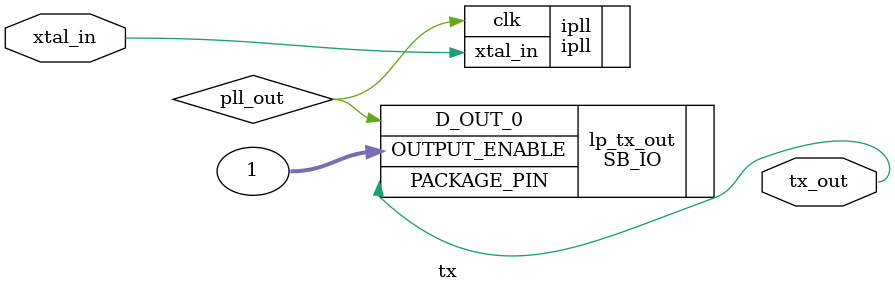
<source format=v>
module tx(
    output tx_out,
    input xtal_in,
);

	SB_IO #(
		.PIN_TYPE(6'b101001)
	) lp_tx_out (
		.PACKAGE_PIN(tx_out),
		.OUTPUT_ENABLE(1),
		.D_OUT_0(pll_out)
    );

    wire pll_out;
    ipll ipll(.xtal_in(xtal_in), .clk(pll_out));


endmodule

</source>
